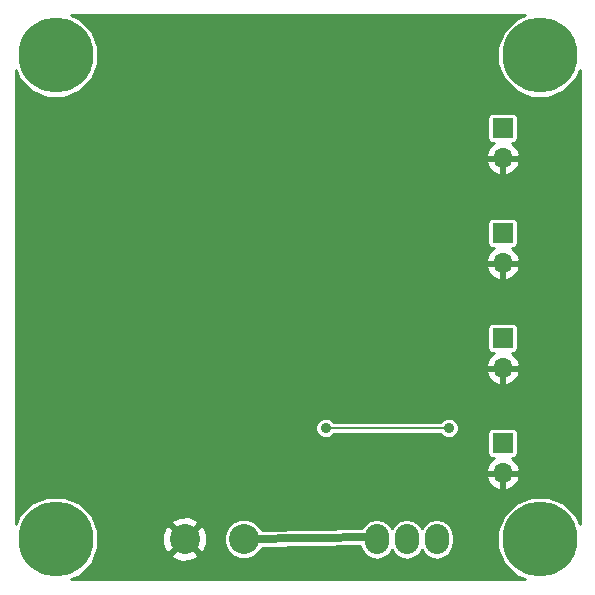
<source format=gbr>
G04 #@! TF.FileFunction,Copper,L2,Bot,Signal*
%FSLAX46Y46*%
G04 Gerber Fmt 4.6, Leading zero omitted, Abs format (unit mm)*
G04 Created by KiCad (PCBNEW 4.0.5) date 03/11/17 22:16:34*
%MOMM*%
%LPD*%
G01*
G04 APERTURE LIST*
%ADD10C,0.150000*%
%ADD11R,1.700000X1.700000*%
%ADD12O,1.700000X1.700000*%
%ADD13C,2.540000*%
%ADD14C,6.350000*%
%ADD15O,2.032000X2.540000*%
%ADD16C,0.889000*%
%ADD17C,0.635000*%
%ADD18C,0.203200*%
%ADD19C,0.254000*%
G04 APERTURE END LIST*
D10*
D11*
X196850000Y-116840000D03*
D12*
X196850000Y-119380000D03*
D13*
X169926000Y-124968000D03*
X174926000Y-124968000D03*
D14*
X200000000Y-125000000D03*
X159000000Y-125000000D03*
X200000000Y-84000000D03*
X159000000Y-84000000D03*
D15*
X188722000Y-124968000D03*
X186182000Y-124968000D03*
X191262000Y-124968000D03*
D11*
X196850000Y-90170000D03*
D12*
X196850000Y-92710000D03*
D11*
X196850000Y-99060000D03*
D12*
X196850000Y-101600000D03*
D11*
X196850000Y-107950000D03*
D12*
X196850000Y-110490000D03*
D16*
X157480000Y-92964000D03*
X181864000Y-115570000D03*
X192278000Y-115570000D03*
D17*
X174926000Y-124968000D02*
X185991500Y-124777500D01*
X185991500Y-124777500D02*
X186182000Y-124968000D01*
D18*
X181864000Y-115570000D02*
X192278000Y-115570000D01*
D19*
G36*
X197959581Y-80940521D02*
X196944087Y-81954245D01*
X196393828Y-83279416D01*
X196392576Y-84714289D01*
X196940521Y-86040419D01*
X197954245Y-87055913D01*
X199279416Y-87606172D01*
X200714289Y-87607424D01*
X202040419Y-87059479D01*
X203055913Y-86045755D01*
X203377700Y-85270806D01*
X203377700Y-123729736D01*
X203059479Y-122959581D01*
X202045755Y-121944087D01*
X200720584Y-121393828D01*
X199285711Y-121392576D01*
X197959581Y-121940521D01*
X196944087Y-122954245D01*
X196393828Y-124279416D01*
X196392576Y-125714289D01*
X196940521Y-127040419D01*
X197954245Y-128055913D01*
X198729194Y-128377700D01*
X160270264Y-128377700D01*
X161040419Y-128059479D01*
X162055913Y-127045755D01*
X162359026Y-126315777D01*
X168757828Y-126315777D01*
X168889520Y-126610657D01*
X169597036Y-126882261D01*
X170354632Y-126862436D01*
X170962480Y-126610657D01*
X171094172Y-126315777D01*
X169926000Y-125147605D01*
X168757828Y-126315777D01*
X162359026Y-126315777D01*
X162606172Y-125720584D01*
X162607115Y-124639036D01*
X168011739Y-124639036D01*
X168031564Y-125396632D01*
X168283343Y-126004480D01*
X168578223Y-126136172D01*
X169746395Y-124968000D01*
X170105605Y-124968000D01*
X171273777Y-126136172D01*
X171568657Y-126004480D01*
X171837166Y-125305024D01*
X173223905Y-125305024D01*
X173482443Y-125930733D01*
X173960749Y-126409874D01*
X174586006Y-126669504D01*
X175263024Y-126670095D01*
X175888733Y-126411557D01*
X176367874Y-125933251D01*
X176468526Y-125690855D01*
X184792325Y-125547556D01*
X184844407Y-125809389D01*
X185158251Y-126279089D01*
X185627951Y-126592933D01*
X186182000Y-126703140D01*
X186736049Y-126592933D01*
X187205749Y-126279089D01*
X187452000Y-125910549D01*
X187698251Y-126279089D01*
X188167951Y-126592933D01*
X188722000Y-126703140D01*
X189276049Y-126592933D01*
X189745749Y-126279089D01*
X189992000Y-125910549D01*
X190238251Y-126279089D01*
X190707951Y-126592933D01*
X191262000Y-126703140D01*
X191816049Y-126592933D01*
X192285749Y-126279089D01*
X192599593Y-125809389D01*
X192709800Y-125255340D01*
X192709800Y-124680660D01*
X192599593Y-124126611D01*
X192285749Y-123656911D01*
X191816049Y-123343067D01*
X191262000Y-123232860D01*
X190707951Y-123343067D01*
X190238251Y-123656911D01*
X189992000Y-124025451D01*
X189745749Y-123656911D01*
X189276049Y-123343067D01*
X188722000Y-123232860D01*
X188167951Y-123343067D01*
X187698251Y-123656911D01*
X187452000Y-124025451D01*
X187205749Y-123656911D01*
X186736049Y-123343067D01*
X186182000Y-123232860D01*
X185627951Y-123343067D01*
X185158251Y-123656911D01*
X184897655Y-124046920D01*
X176446881Y-124192406D01*
X176369557Y-124005267D01*
X175891251Y-123526126D01*
X175265994Y-123266496D01*
X174588976Y-123265905D01*
X173963267Y-123524443D01*
X173484126Y-124002749D01*
X173224496Y-124628006D01*
X173223905Y-125305024D01*
X171837166Y-125305024D01*
X171840261Y-125296964D01*
X171820436Y-124539368D01*
X171568657Y-123931520D01*
X171273777Y-123799828D01*
X170105605Y-124968000D01*
X169746395Y-124968000D01*
X168578223Y-123799828D01*
X168283343Y-123931520D01*
X168011739Y-124639036D01*
X162607115Y-124639036D01*
X162607424Y-124285711D01*
X162332451Y-123620223D01*
X168757828Y-123620223D01*
X169926000Y-124788395D01*
X171094172Y-123620223D01*
X170962480Y-123325343D01*
X170254964Y-123053739D01*
X169497368Y-123073564D01*
X168889520Y-123325343D01*
X168757828Y-123620223D01*
X162332451Y-123620223D01*
X162059479Y-122959581D01*
X161045755Y-121944087D01*
X159720584Y-121393828D01*
X158285711Y-121392576D01*
X156959581Y-121940521D01*
X155944087Y-122954245D01*
X155622300Y-123729194D01*
X155622300Y-119736890D01*
X195408524Y-119736890D01*
X195578355Y-120146924D01*
X195968642Y-120575183D01*
X196493108Y-120821486D01*
X196723000Y-120700819D01*
X196723000Y-119507000D01*
X196977000Y-119507000D01*
X196977000Y-120700819D01*
X197206892Y-120821486D01*
X197731358Y-120575183D01*
X198121645Y-120146924D01*
X198291476Y-119736890D01*
X198170155Y-119507000D01*
X196977000Y-119507000D01*
X196723000Y-119507000D01*
X195529845Y-119507000D01*
X195408524Y-119736890D01*
X155622300Y-119736890D01*
X155622300Y-119023110D01*
X195408524Y-119023110D01*
X195529845Y-119253000D01*
X196723000Y-119253000D01*
X196723000Y-119233000D01*
X196977000Y-119233000D01*
X196977000Y-119253000D01*
X198170155Y-119253000D01*
X198291476Y-119023110D01*
X198121645Y-118613076D01*
X197731358Y-118184817D01*
X197615185Y-118130259D01*
X197700000Y-118130259D01*
X197860015Y-118100150D01*
X198006980Y-118005581D01*
X198105573Y-117861285D01*
X198140259Y-117690000D01*
X198140259Y-115990000D01*
X198110150Y-115829985D01*
X198015581Y-115683020D01*
X197871285Y-115584427D01*
X197700000Y-115549741D01*
X196000000Y-115549741D01*
X195839985Y-115579850D01*
X195693020Y-115674419D01*
X195594427Y-115818715D01*
X195559741Y-115990000D01*
X195559741Y-117690000D01*
X195589850Y-117850015D01*
X195684419Y-117996980D01*
X195828715Y-118095573D01*
X196000000Y-118130259D01*
X196084815Y-118130259D01*
X195968642Y-118184817D01*
X195578355Y-118613076D01*
X195408524Y-119023110D01*
X155622300Y-119023110D01*
X155622300Y-115743542D01*
X180987548Y-115743542D01*
X181120676Y-116065736D01*
X181366968Y-116312458D01*
X181688928Y-116446148D01*
X182037542Y-116446452D01*
X182359736Y-116313324D01*
X182570027Y-116103400D01*
X191572274Y-116103400D01*
X191780968Y-116312458D01*
X192102928Y-116446148D01*
X192451542Y-116446452D01*
X192773736Y-116313324D01*
X193020458Y-116067032D01*
X193154148Y-115745072D01*
X193154452Y-115396458D01*
X193021324Y-115074264D01*
X192775032Y-114827542D01*
X192453072Y-114693852D01*
X192104458Y-114693548D01*
X191782264Y-114826676D01*
X191571973Y-115036600D01*
X182569726Y-115036600D01*
X182361032Y-114827542D01*
X182039072Y-114693852D01*
X181690458Y-114693548D01*
X181368264Y-114826676D01*
X181121542Y-115072968D01*
X180987852Y-115394928D01*
X180987548Y-115743542D01*
X155622300Y-115743542D01*
X155622300Y-110846890D01*
X195408524Y-110846890D01*
X195578355Y-111256924D01*
X195968642Y-111685183D01*
X196493108Y-111931486D01*
X196723000Y-111810819D01*
X196723000Y-110617000D01*
X196977000Y-110617000D01*
X196977000Y-111810819D01*
X197206892Y-111931486D01*
X197731358Y-111685183D01*
X198121645Y-111256924D01*
X198291476Y-110846890D01*
X198170155Y-110617000D01*
X196977000Y-110617000D01*
X196723000Y-110617000D01*
X195529845Y-110617000D01*
X195408524Y-110846890D01*
X155622300Y-110846890D01*
X155622300Y-110133110D01*
X195408524Y-110133110D01*
X195529845Y-110363000D01*
X196723000Y-110363000D01*
X196723000Y-110343000D01*
X196977000Y-110343000D01*
X196977000Y-110363000D01*
X198170155Y-110363000D01*
X198291476Y-110133110D01*
X198121645Y-109723076D01*
X197731358Y-109294817D01*
X197615185Y-109240259D01*
X197700000Y-109240259D01*
X197860015Y-109210150D01*
X198006980Y-109115581D01*
X198105573Y-108971285D01*
X198140259Y-108800000D01*
X198140259Y-107100000D01*
X198110150Y-106939985D01*
X198015581Y-106793020D01*
X197871285Y-106694427D01*
X197700000Y-106659741D01*
X196000000Y-106659741D01*
X195839985Y-106689850D01*
X195693020Y-106784419D01*
X195594427Y-106928715D01*
X195559741Y-107100000D01*
X195559741Y-108800000D01*
X195589850Y-108960015D01*
X195684419Y-109106980D01*
X195828715Y-109205573D01*
X196000000Y-109240259D01*
X196084815Y-109240259D01*
X195968642Y-109294817D01*
X195578355Y-109723076D01*
X195408524Y-110133110D01*
X155622300Y-110133110D01*
X155622300Y-101956890D01*
X195408524Y-101956890D01*
X195578355Y-102366924D01*
X195968642Y-102795183D01*
X196493108Y-103041486D01*
X196723000Y-102920819D01*
X196723000Y-101727000D01*
X196977000Y-101727000D01*
X196977000Y-102920819D01*
X197206892Y-103041486D01*
X197731358Y-102795183D01*
X198121645Y-102366924D01*
X198291476Y-101956890D01*
X198170155Y-101727000D01*
X196977000Y-101727000D01*
X196723000Y-101727000D01*
X195529845Y-101727000D01*
X195408524Y-101956890D01*
X155622300Y-101956890D01*
X155622300Y-101243110D01*
X195408524Y-101243110D01*
X195529845Y-101473000D01*
X196723000Y-101473000D01*
X196723000Y-101453000D01*
X196977000Y-101453000D01*
X196977000Y-101473000D01*
X198170155Y-101473000D01*
X198291476Y-101243110D01*
X198121645Y-100833076D01*
X197731358Y-100404817D01*
X197615185Y-100350259D01*
X197700000Y-100350259D01*
X197860015Y-100320150D01*
X198006980Y-100225581D01*
X198105573Y-100081285D01*
X198140259Y-99910000D01*
X198140259Y-98210000D01*
X198110150Y-98049985D01*
X198015581Y-97903020D01*
X197871285Y-97804427D01*
X197700000Y-97769741D01*
X196000000Y-97769741D01*
X195839985Y-97799850D01*
X195693020Y-97894419D01*
X195594427Y-98038715D01*
X195559741Y-98210000D01*
X195559741Y-99910000D01*
X195589850Y-100070015D01*
X195684419Y-100216980D01*
X195828715Y-100315573D01*
X196000000Y-100350259D01*
X196084815Y-100350259D01*
X195968642Y-100404817D01*
X195578355Y-100833076D01*
X195408524Y-101243110D01*
X155622300Y-101243110D01*
X155622300Y-93066890D01*
X195408524Y-93066890D01*
X195578355Y-93476924D01*
X195968642Y-93905183D01*
X196493108Y-94151486D01*
X196723000Y-94030819D01*
X196723000Y-92837000D01*
X196977000Y-92837000D01*
X196977000Y-94030819D01*
X197206892Y-94151486D01*
X197731358Y-93905183D01*
X198121645Y-93476924D01*
X198291476Y-93066890D01*
X198170155Y-92837000D01*
X196977000Y-92837000D01*
X196723000Y-92837000D01*
X195529845Y-92837000D01*
X195408524Y-93066890D01*
X155622300Y-93066890D01*
X155622300Y-92353110D01*
X195408524Y-92353110D01*
X195529845Y-92583000D01*
X196723000Y-92583000D01*
X196723000Y-92563000D01*
X196977000Y-92563000D01*
X196977000Y-92583000D01*
X198170155Y-92583000D01*
X198291476Y-92353110D01*
X198121645Y-91943076D01*
X197731358Y-91514817D01*
X197615185Y-91460259D01*
X197700000Y-91460259D01*
X197860015Y-91430150D01*
X198006980Y-91335581D01*
X198105573Y-91191285D01*
X198140259Y-91020000D01*
X198140259Y-89320000D01*
X198110150Y-89159985D01*
X198015581Y-89013020D01*
X197871285Y-88914427D01*
X197700000Y-88879741D01*
X196000000Y-88879741D01*
X195839985Y-88909850D01*
X195693020Y-89004419D01*
X195594427Y-89148715D01*
X195559741Y-89320000D01*
X195559741Y-91020000D01*
X195589850Y-91180015D01*
X195684419Y-91326980D01*
X195828715Y-91425573D01*
X196000000Y-91460259D01*
X196084815Y-91460259D01*
X195968642Y-91514817D01*
X195578355Y-91943076D01*
X195408524Y-92353110D01*
X155622300Y-92353110D01*
X155622300Y-85270264D01*
X155940521Y-86040419D01*
X156954245Y-87055913D01*
X158279416Y-87606172D01*
X159714289Y-87607424D01*
X161040419Y-87059479D01*
X162055913Y-86045755D01*
X162606172Y-84720584D01*
X162607424Y-83285711D01*
X162059479Y-81959581D01*
X161045755Y-80944087D01*
X160270806Y-80622300D01*
X198729736Y-80622300D01*
X197959581Y-80940521D01*
X197959581Y-80940521D01*
G37*
X197959581Y-80940521D02*
X196944087Y-81954245D01*
X196393828Y-83279416D01*
X196392576Y-84714289D01*
X196940521Y-86040419D01*
X197954245Y-87055913D01*
X199279416Y-87606172D01*
X200714289Y-87607424D01*
X202040419Y-87059479D01*
X203055913Y-86045755D01*
X203377700Y-85270806D01*
X203377700Y-123729736D01*
X203059479Y-122959581D01*
X202045755Y-121944087D01*
X200720584Y-121393828D01*
X199285711Y-121392576D01*
X197959581Y-121940521D01*
X196944087Y-122954245D01*
X196393828Y-124279416D01*
X196392576Y-125714289D01*
X196940521Y-127040419D01*
X197954245Y-128055913D01*
X198729194Y-128377700D01*
X160270264Y-128377700D01*
X161040419Y-128059479D01*
X162055913Y-127045755D01*
X162359026Y-126315777D01*
X168757828Y-126315777D01*
X168889520Y-126610657D01*
X169597036Y-126882261D01*
X170354632Y-126862436D01*
X170962480Y-126610657D01*
X171094172Y-126315777D01*
X169926000Y-125147605D01*
X168757828Y-126315777D01*
X162359026Y-126315777D01*
X162606172Y-125720584D01*
X162607115Y-124639036D01*
X168011739Y-124639036D01*
X168031564Y-125396632D01*
X168283343Y-126004480D01*
X168578223Y-126136172D01*
X169746395Y-124968000D01*
X170105605Y-124968000D01*
X171273777Y-126136172D01*
X171568657Y-126004480D01*
X171837166Y-125305024D01*
X173223905Y-125305024D01*
X173482443Y-125930733D01*
X173960749Y-126409874D01*
X174586006Y-126669504D01*
X175263024Y-126670095D01*
X175888733Y-126411557D01*
X176367874Y-125933251D01*
X176468526Y-125690855D01*
X184792325Y-125547556D01*
X184844407Y-125809389D01*
X185158251Y-126279089D01*
X185627951Y-126592933D01*
X186182000Y-126703140D01*
X186736049Y-126592933D01*
X187205749Y-126279089D01*
X187452000Y-125910549D01*
X187698251Y-126279089D01*
X188167951Y-126592933D01*
X188722000Y-126703140D01*
X189276049Y-126592933D01*
X189745749Y-126279089D01*
X189992000Y-125910549D01*
X190238251Y-126279089D01*
X190707951Y-126592933D01*
X191262000Y-126703140D01*
X191816049Y-126592933D01*
X192285749Y-126279089D01*
X192599593Y-125809389D01*
X192709800Y-125255340D01*
X192709800Y-124680660D01*
X192599593Y-124126611D01*
X192285749Y-123656911D01*
X191816049Y-123343067D01*
X191262000Y-123232860D01*
X190707951Y-123343067D01*
X190238251Y-123656911D01*
X189992000Y-124025451D01*
X189745749Y-123656911D01*
X189276049Y-123343067D01*
X188722000Y-123232860D01*
X188167951Y-123343067D01*
X187698251Y-123656911D01*
X187452000Y-124025451D01*
X187205749Y-123656911D01*
X186736049Y-123343067D01*
X186182000Y-123232860D01*
X185627951Y-123343067D01*
X185158251Y-123656911D01*
X184897655Y-124046920D01*
X176446881Y-124192406D01*
X176369557Y-124005267D01*
X175891251Y-123526126D01*
X175265994Y-123266496D01*
X174588976Y-123265905D01*
X173963267Y-123524443D01*
X173484126Y-124002749D01*
X173224496Y-124628006D01*
X173223905Y-125305024D01*
X171837166Y-125305024D01*
X171840261Y-125296964D01*
X171820436Y-124539368D01*
X171568657Y-123931520D01*
X171273777Y-123799828D01*
X170105605Y-124968000D01*
X169746395Y-124968000D01*
X168578223Y-123799828D01*
X168283343Y-123931520D01*
X168011739Y-124639036D01*
X162607115Y-124639036D01*
X162607424Y-124285711D01*
X162332451Y-123620223D01*
X168757828Y-123620223D01*
X169926000Y-124788395D01*
X171094172Y-123620223D01*
X170962480Y-123325343D01*
X170254964Y-123053739D01*
X169497368Y-123073564D01*
X168889520Y-123325343D01*
X168757828Y-123620223D01*
X162332451Y-123620223D01*
X162059479Y-122959581D01*
X161045755Y-121944087D01*
X159720584Y-121393828D01*
X158285711Y-121392576D01*
X156959581Y-121940521D01*
X155944087Y-122954245D01*
X155622300Y-123729194D01*
X155622300Y-119736890D01*
X195408524Y-119736890D01*
X195578355Y-120146924D01*
X195968642Y-120575183D01*
X196493108Y-120821486D01*
X196723000Y-120700819D01*
X196723000Y-119507000D01*
X196977000Y-119507000D01*
X196977000Y-120700819D01*
X197206892Y-120821486D01*
X197731358Y-120575183D01*
X198121645Y-120146924D01*
X198291476Y-119736890D01*
X198170155Y-119507000D01*
X196977000Y-119507000D01*
X196723000Y-119507000D01*
X195529845Y-119507000D01*
X195408524Y-119736890D01*
X155622300Y-119736890D01*
X155622300Y-119023110D01*
X195408524Y-119023110D01*
X195529845Y-119253000D01*
X196723000Y-119253000D01*
X196723000Y-119233000D01*
X196977000Y-119233000D01*
X196977000Y-119253000D01*
X198170155Y-119253000D01*
X198291476Y-119023110D01*
X198121645Y-118613076D01*
X197731358Y-118184817D01*
X197615185Y-118130259D01*
X197700000Y-118130259D01*
X197860015Y-118100150D01*
X198006980Y-118005581D01*
X198105573Y-117861285D01*
X198140259Y-117690000D01*
X198140259Y-115990000D01*
X198110150Y-115829985D01*
X198015581Y-115683020D01*
X197871285Y-115584427D01*
X197700000Y-115549741D01*
X196000000Y-115549741D01*
X195839985Y-115579850D01*
X195693020Y-115674419D01*
X195594427Y-115818715D01*
X195559741Y-115990000D01*
X195559741Y-117690000D01*
X195589850Y-117850015D01*
X195684419Y-117996980D01*
X195828715Y-118095573D01*
X196000000Y-118130259D01*
X196084815Y-118130259D01*
X195968642Y-118184817D01*
X195578355Y-118613076D01*
X195408524Y-119023110D01*
X155622300Y-119023110D01*
X155622300Y-115743542D01*
X180987548Y-115743542D01*
X181120676Y-116065736D01*
X181366968Y-116312458D01*
X181688928Y-116446148D01*
X182037542Y-116446452D01*
X182359736Y-116313324D01*
X182570027Y-116103400D01*
X191572274Y-116103400D01*
X191780968Y-116312458D01*
X192102928Y-116446148D01*
X192451542Y-116446452D01*
X192773736Y-116313324D01*
X193020458Y-116067032D01*
X193154148Y-115745072D01*
X193154452Y-115396458D01*
X193021324Y-115074264D01*
X192775032Y-114827542D01*
X192453072Y-114693852D01*
X192104458Y-114693548D01*
X191782264Y-114826676D01*
X191571973Y-115036600D01*
X182569726Y-115036600D01*
X182361032Y-114827542D01*
X182039072Y-114693852D01*
X181690458Y-114693548D01*
X181368264Y-114826676D01*
X181121542Y-115072968D01*
X180987852Y-115394928D01*
X180987548Y-115743542D01*
X155622300Y-115743542D01*
X155622300Y-110846890D01*
X195408524Y-110846890D01*
X195578355Y-111256924D01*
X195968642Y-111685183D01*
X196493108Y-111931486D01*
X196723000Y-111810819D01*
X196723000Y-110617000D01*
X196977000Y-110617000D01*
X196977000Y-111810819D01*
X197206892Y-111931486D01*
X197731358Y-111685183D01*
X198121645Y-111256924D01*
X198291476Y-110846890D01*
X198170155Y-110617000D01*
X196977000Y-110617000D01*
X196723000Y-110617000D01*
X195529845Y-110617000D01*
X195408524Y-110846890D01*
X155622300Y-110846890D01*
X155622300Y-110133110D01*
X195408524Y-110133110D01*
X195529845Y-110363000D01*
X196723000Y-110363000D01*
X196723000Y-110343000D01*
X196977000Y-110343000D01*
X196977000Y-110363000D01*
X198170155Y-110363000D01*
X198291476Y-110133110D01*
X198121645Y-109723076D01*
X197731358Y-109294817D01*
X197615185Y-109240259D01*
X197700000Y-109240259D01*
X197860015Y-109210150D01*
X198006980Y-109115581D01*
X198105573Y-108971285D01*
X198140259Y-108800000D01*
X198140259Y-107100000D01*
X198110150Y-106939985D01*
X198015581Y-106793020D01*
X197871285Y-106694427D01*
X197700000Y-106659741D01*
X196000000Y-106659741D01*
X195839985Y-106689850D01*
X195693020Y-106784419D01*
X195594427Y-106928715D01*
X195559741Y-107100000D01*
X195559741Y-108800000D01*
X195589850Y-108960015D01*
X195684419Y-109106980D01*
X195828715Y-109205573D01*
X196000000Y-109240259D01*
X196084815Y-109240259D01*
X195968642Y-109294817D01*
X195578355Y-109723076D01*
X195408524Y-110133110D01*
X155622300Y-110133110D01*
X155622300Y-101956890D01*
X195408524Y-101956890D01*
X195578355Y-102366924D01*
X195968642Y-102795183D01*
X196493108Y-103041486D01*
X196723000Y-102920819D01*
X196723000Y-101727000D01*
X196977000Y-101727000D01*
X196977000Y-102920819D01*
X197206892Y-103041486D01*
X197731358Y-102795183D01*
X198121645Y-102366924D01*
X198291476Y-101956890D01*
X198170155Y-101727000D01*
X196977000Y-101727000D01*
X196723000Y-101727000D01*
X195529845Y-101727000D01*
X195408524Y-101956890D01*
X155622300Y-101956890D01*
X155622300Y-101243110D01*
X195408524Y-101243110D01*
X195529845Y-101473000D01*
X196723000Y-101473000D01*
X196723000Y-101453000D01*
X196977000Y-101453000D01*
X196977000Y-101473000D01*
X198170155Y-101473000D01*
X198291476Y-101243110D01*
X198121645Y-100833076D01*
X197731358Y-100404817D01*
X197615185Y-100350259D01*
X197700000Y-100350259D01*
X197860015Y-100320150D01*
X198006980Y-100225581D01*
X198105573Y-100081285D01*
X198140259Y-99910000D01*
X198140259Y-98210000D01*
X198110150Y-98049985D01*
X198015581Y-97903020D01*
X197871285Y-97804427D01*
X197700000Y-97769741D01*
X196000000Y-97769741D01*
X195839985Y-97799850D01*
X195693020Y-97894419D01*
X195594427Y-98038715D01*
X195559741Y-98210000D01*
X195559741Y-99910000D01*
X195589850Y-100070015D01*
X195684419Y-100216980D01*
X195828715Y-100315573D01*
X196000000Y-100350259D01*
X196084815Y-100350259D01*
X195968642Y-100404817D01*
X195578355Y-100833076D01*
X195408524Y-101243110D01*
X155622300Y-101243110D01*
X155622300Y-93066890D01*
X195408524Y-93066890D01*
X195578355Y-93476924D01*
X195968642Y-93905183D01*
X196493108Y-94151486D01*
X196723000Y-94030819D01*
X196723000Y-92837000D01*
X196977000Y-92837000D01*
X196977000Y-94030819D01*
X197206892Y-94151486D01*
X197731358Y-93905183D01*
X198121645Y-93476924D01*
X198291476Y-93066890D01*
X198170155Y-92837000D01*
X196977000Y-92837000D01*
X196723000Y-92837000D01*
X195529845Y-92837000D01*
X195408524Y-93066890D01*
X155622300Y-93066890D01*
X155622300Y-92353110D01*
X195408524Y-92353110D01*
X195529845Y-92583000D01*
X196723000Y-92583000D01*
X196723000Y-92563000D01*
X196977000Y-92563000D01*
X196977000Y-92583000D01*
X198170155Y-92583000D01*
X198291476Y-92353110D01*
X198121645Y-91943076D01*
X197731358Y-91514817D01*
X197615185Y-91460259D01*
X197700000Y-91460259D01*
X197860015Y-91430150D01*
X198006980Y-91335581D01*
X198105573Y-91191285D01*
X198140259Y-91020000D01*
X198140259Y-89320000D01*
X198110150Y-89159985D01*
X198015581Y-89013020D01*
X197871285Y-88914427D01*
X197700000Y-88879741D01*
X196000000Y-88879741D01*
X195839985Y-88909850D01*
X195693020Y-89004419D01*
X195594427Y-89148715D01*
X195559741Y-89320000D01*
X195559741Y-91020000D01*
X195589850Y-91180015D01*
X195684419Y-91326980D01*
X195828715Y-91425573D01*
X196000000Y-91460259D01*
X196084815Y-91460259D01*
X195968642Y-91514817D01*
X195578355Y-91943076D01*
X195408524Y-92353110D01*
X155622300Y-92353110D01*
X155622300Y-85270264D01*
X155940521Y-86040419D01*
X156954245Y-87055913D01*
X158279416Y-87606172D01*
X159714289Y-87607424D01*
X161040419Y-87059479D01*
X162055913Y-86045755D01*
X162606172Y-84720584D01*
X162607424Y-83285711D01*
X162059479Y-81959581D01*
X161045755Y-80944087D01*
X160270806Y-80622300D01*
X198729736Y-80622300D01*
X197959581Y-80940521D01*
M02*

</source>
